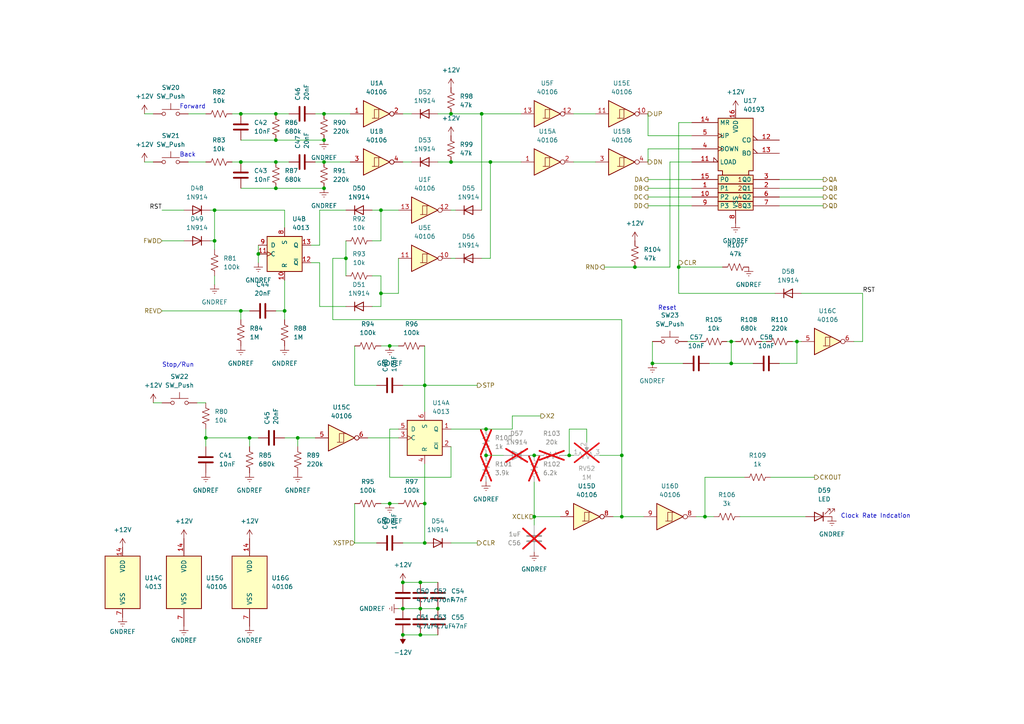
<source format=kicad_sch>
(kicad_sch (version 20230121) (generator eeschema)
  (paper "A4")
  (junction (at 110.49 60.96))
  (junction (at 189.23 105.41))
  (junction (at 140.97 132.08))
  (junction (at 72.39 127))
  (junction (at 62.23 60.96))
  (junction (at 140.97 124.46))
  (junction (at 80.01 40.64))
  (junction (at 231.14 99.06))
  (junction (at 127 176.53))
  (junction (at 212.09 99.06))
  (junction (at 80.01 33.02))
  (junction (at 142.24 46.99))
  (junction (at 196.85 77.47))
  (junction (at 113.03 146.05))
  (junction (at 93.98 40.64))
  (junction (at 130.81 46.99))
  (junction (at 204.47 149.86))
  (junction (at 184.15 77.47))
  (junction (at 123.19 146.05))
  (junction (at 212.09 105.41))
  (junction (at 180.34 132.08))
  (junction (at 121.92 176.53))
  (junction (at 154.94 132.08))
  (junction (at 86.36 127))
  (junction (at 110.49 85.09))
  (junction (at 69.85 46.99))
  (junction (at 130.81 33.02))
  (junction (at 121.92 168.91))
  (junction (at 113.03 100.33))
  (junction (at 123.19 111.76))
  (junction (at 59.69 127))
  (junction (at 69.85 90.17))
  (junction (at 93.98 54.61))
  (junction (at 116.84 168.91))
  (junction (at 116.84 176.53))
  (junction (at 121.92 184.15))
  (junction (at 165.1 132.08))
  (junction (at 139.7 33.02))
  (junction (at 62.23 69.85))
  (junction (at 100.33 74.93))
  (junction (at 82.55 90.17))
  (junction (at 154.94 149.86))
  (junction (at 74.93 73.66))
  (junction (at 69.85 33.02))
  (junction (at 116.84 184.15))
  (junction (at 93.98 46.99))
  (junction (at 80.01 54.61))
  (junction (at 180.34 149.86))
  (junction (at 93.98 33.02))
  (junction (at 123.19 157.48))
  (junction (at 80.01 46.99))
  (wire (pts (xy 200.66 35.56) (xy 196.85 35.56)))
  (wire (pts (xy 107.95 60.96) (xy 110.49 60.96)))
  (wire (pts (xy 165.1 124.46) (xy 165.1 132.08)))
  (wire (pts (xy 109.22 157.48) (xy 102.87 157.48)))
  (wire (pts (xy 116.84 157.48) (xy 123.19 157.48)))
  (wire (pts (xy 113.03 138.43) (xy 130.81 138.43)))
  (wire (pts (xy 250.19 99.06) (xy 247.65 99.06)))
  (wire (pts (xy 187.96 46.99) (xy 187.96 43.18)))
  (wire (pts (xy 154.94 132.08) (xy 153.67 132.08)))
  (wire (pts (xy 96.52 74.93) (xy 96.52 92.71)))
  (wire (pts (xy 80.01 90.17) (xy 82.55 90.17)))
  (wire (pts (xy 82.55 66.04) (xy 82.55 60.96)))
  (wire (pts (xy 59.69 127) (xy 72.39 127)))
  (wire (pts (xy 173.99 132.08) (xy 180.34 132.08)))
  (wire (pts (xy 212.09 99.06) (xy 213.36 99.06)))
  (wire (pts (xy 205.74 105.41) (xy 212.09 105.41)))
  (wire (pts (xy 115.57 74.93) (xy 115.57 85.09)))
  (wire (pts (xy 113.03 100.33) (xy 110.49 100.33)))
  (wire (pts (xy 130.81 138.43) (xy 130.81 129.54)))
  (wire (pts (xy 69.85 92.71) (xy 69.85 90.17)))
  (wire (pts (xy 110.49 85.09) (xy 110.49 88.9)))
  (wire (pts (xy 201.93 149.86) (xy 204.47 149.86)))
  (wire (pts (xy 102.87 111.76) (xy 102.87 100.33)))
  (wire (pts (xy 180.34 132.08) (xy 180.34 92.71)))
  (wire (pts (xy 57.15 116.84) (xy 59.69 116.84)))
  (wire (pts (xy 226.06 59.69) (xy 238.76 59.69)))
  (wire (pts (xy 123.19 111.76) (xy 138.43 111.76)))
  (wire (pts (xy 250.19 85.09) (xy 250.19 99.06)))
  (wire (pts (xy 46.99 69.85) (xy 53.34 69.85)))
  (wire (pts (xy 116.84 176.53) (xy 121.92 176.53)))
  (wire (pts (xy 163.83 132.08) (xy 165.1 132.08)))
  (wire (pts (xy 148.59 124.46) (xy 148.59 120.65)))
  (wire (pts (xy 46.99 60.96) (xy 53.34 60.96)))
  (wire (pts (xy 200.66 46.99) (xy 194.31 46.99)))
  (wire (pts (xy 207.01 149.86) (xy 204.47 149.86)))
  (wire (pts (xy 139.7 74.93) (xy 142.24 74.93)))
  (wire (pts (xy 93.98 46.99) (xy 101.6 46.99)))
  (wire (pts (xy 113.03 100.33) (xy 115.57 100.33)))
  (wire (pts (xy 90.17 71.12) (xy 92.71 71.12)))
  (wire (pts (xy 229.87 99.06) (xy 231.14 99.06)))
  (wire (pts (xy 62.23 69.85) (xy 60.96 69.85)))
  (wire (pts (xy 130.81 74.93) (xy 132.08 74.93)))
  (wire (pts (xy 130.81 60.96) (xy 132.08 60.96)))
  (wire (pts (xy 113.03 124.46) (xy 113.03 138.43)))
  (wire (pts (xy 54.61 33.02) (xy 59.69 33.02)))
  (wire (pts (xy 44.45 116.84) (xy 46.99 116.84)))
  (wire (pts (xy 107.95 69.85) (xy 110.49 69.85)))
  (wire (pts (xy 226.06 105.41) (xy 231.14 105.41)))
  (wire (pts (xy 96.52 92.71) (xy 180.34 92.71)))
  (wire (pts (xy 116.84 184.15) (xy 121.92 184.15)))
  (wire (pts (xy 100.33 69.85) (xy 100.33 74.93)))
  (wire (pts (xy 231.14 99.06) (xy 232.41 99.06)))
  (wire (pts (xy 116.84 111.76) (xy 123.19 111.76)))
  (wire (pts (xy 199.39 99.06) (xy 203.2 99.06)))
  (wire (pts (xy 196.85 35.56) (xy 196.85 77.47)))
  (wire (pts (xy 196.85 85.09) (xy 196.85 77.47)))
  (wire (pts (xy 113.03 146.05) (xy 115.57 146.05)))
  (wire (pts (xy 231.14 105.41) (xy 231.14 99.06)))
  (wire (pts (xy 224.79 85.09) (xy 196.85 85.09)))
  (wire (pts (xy 92.71 76.2) (xy 92.71 88.9)))
  (wire (pts (xy 139.7 33.02) (xy 139.7 60.96)))
  (wire (pts (xy 86.36 127) (xy 86.36 129.54)))
  (wire (pts (xy 67.31 46.99) (xy 69.85 46.99)))
  (wire (pts (xy 175.26 77.47) (xy 184.15 77.47)))
  (wire (pts (xy 226.06 54.61) (xy 238.76 54.61)))
  (wire (pts (xy 102.87 157.48) (xy 102.87 146.05)))
  (wire (pts (xy 91.44 46.99) (xy 93.98 46.99)))
  (wire (pts (xy 139.7 33.02) (xy 151.13 33.02)))
  (wire (pts (xy 140.97 124.46) (xy 148.59 124.46)))
  (wire (pts (xy 148.59 120.65) (xy 156.845 120.65)))
  (wire (pts (xy 115.57 124.46) (xy 113.03 124.46)))
  (wire (pts (xy 184.15 77.47) (xy 194.31 77.47)))
  (wire (pts (xy 110.49 80.01) (xy 110.49 85.09)))
  (wire (pts (xy 166.37 46.99) (xy 172.72 46.99)))
  (wire (pts (xy 116.84 168.91) (xy 121.92 168.91)))
  (wire (pts (xy 82.55 90.17) (xy 82.55 92.71)))
  (wire (pts (xy 127 33.02) (xy 130.81 33.02)))
  (wire (pts (xy 82.55 127) (xy 86.36 127)))
  (wire (pts (xy 154.94 149.86) (xy 162.56 149.86)))
  (wire (pts (xy 93.98 33.02) (xy 101.6 33.02)))
  (wire (pts (xy 204.47 149.86) (xy 204.47 138.43)))
  (wire (pts (xy 187.96 57.15) (xy 200.66 57.15)))
  (wire (pts (xy 189.23 105.41) (xy 198.12 105.41)))
  (wire (pts (xy 74.93 71.12) (xy 74.93 73.66)))
  (wire (pts (xy 110.49 60.96) (xy 110.49 69.85)))
  (wire (pts (xy 62.23 72.39) (xy 62.23 69.85)))
  (wire (pts (xy 204.47 138.43) (xy 215.9 138.43)))
  (wire (pts (xy 62.23 60.96) (xy 60.96 60.96)))
  (wire (pts (xy 72.39 127) (xy 72.39 129.54)))
  (wire (pts (xy 59.69 127) (xy 59.69 129.54)))
  (wire (pts (xy 156.21 132.08) (xy 154.94 132.08)))
  (wire (pts (xy 107.95 80.01) (xy 110.49 80.01)))
  (wire (pts (xy 154.94 149.86) (xy 154.94 152.4)))
  (wire (pts (xy 187.96 54.61) (xy 200.66 54.61)))
  (wire (pts (xy 142.24 46.99) (xy 142.24 74.93)))
  (wire (pts (xy 154.94 139.7) (xy 154.94 149.86)))
  (wire (pts (xy 110.49 60.96) (xy 115.57 60.96)))
  (wire (pts (xy 91.44 33.02) (xy 93.98 33.02)))
  (wire (pts (xy 170.18 128.27) (xy 170.18 124.46)))
  (wire (pts (xy 121.92 176.53) (xy 127 176.53)))
  (wire (pts (xy 123.19 111.76) (xy 123.19 100.33)))
  (wire (pts (xy 123.19 146.05) (xy 123.19 134.62)))
  (wire (pts (xy 130.81 124.46) (xy 140.97 124.46)))
  (wire (pts (xy 196.85 77.47) (xy 209.55 77.47)))
  (wire (pts (xy 121.92 168.91) (xy 127 168.91)))
  (wire (pts (xy 121.92 184.15) (xy 127 184.15)))
  (wire (pts (xy 109.22 111.76) (xy 102.87 111.76)))
  (wire (pts (xy 92.71 71.12) (xy 92.71 60.96)))
  (wire (pts (xy 80.01 40.64) (xy 93.98 40.64)))
  (wire (pts (xy 100.33 74.93) (xy 100.33 80.01)))
  (wire (pts (xy 115.57 176.53) (xy 116.84 176.53)))
  (wire (pts (xy 69.85 90.17) (xy 72.39 90.17)))
  (wire (pts (xy 69.85 40.64) (xy 80.01 40.64)))
  (wire (pts (xy 180.34 149.86) (xy 186.69 149.86)))
  (wire (pts (xy 187.96 59.69) (xy 200.66 59.69)))
  (wire (pts (xy 142.24 46.99) (xy 151.13 46.99)))
  (wire (pts (xy 92.71 60.96) (xy 100.33 60.96)))
  (wire (pts (xy 72.39 127) (xy 74.93 127)))
  (wire (pts (xy 82.55 60.96) (xy 62.23 60.96)))
  (wire (pts (xy 41.91 33.02) (xy 44.45 33.02)))
  (wire (pts (xy 130.81 46.99) (xy 142.24 46.99)))
  (wire (pts (xy 106.68 127) (xy 115.57 127)))
  (wire (pts (xy 223.52 138.43) (xy 236.22 138.43)))
  (wire (pts (xy 59.69 124.46) (xy 59.69 127)))
  (wire (pts (xy 69.85 46.99) (xy 80.01 46.99)))
  (wire (pts (xy 210.82 99.06) (xy 212.09 99.06)))
  (wire (pts (xy 232.41 85.09) (xy 250.19 85.09)))
  (wire (pts (xy 92.71 88.9) (xy 100.33 88.9)))
  (wire (pts (xy 82.55 81.28) (xy 82.55 90.17)))
  (wire (pts (xy 187.96 39.37) (xy 200.66 39.37)))
  (wire (pts (xy 177.8 149.86) (xy 180.34 149.86)))
  (wire (pts (xy 187.96 43.18) (xy 200.66 43.18)))
  (wire (pts (xy 115.57 85.09) (xy 110.49 85.09)))
  (wire (pts (xy 100.33 74.93) (xy 96.52 74.93)))
  (wire (pts (xy 80.01 54.61) (xy 93.98 54.61)))
  (wire (pts (xy 194.31 46.99) (xy 194.31 77.47)))
  (wire (pts (xy 113.03 146.05) (xy 110.49 146.05)))
  (wire (pts (xy 226.06 57.15) (xy 238.76 57.15)))
  (wire (pts (xy 46.99 90.17) (xy 69.85 90.17)))
  (wire (pts (xy 69.85 33.02) (xy 80.01 33.02)))
  (wire (pts (xy 123.19 157.48) (xy 123.19 146.05)))
  (wire (pts (xy 90.17 76.2) (xy 92.71 76.2)))
  (wire (pts (xy 116.84 33.02) (xy 119.38 33.02)))
  (wire (pts (xy 130.81 157.48) (xy 138.43 157.48)))
  (wire (pts (xy 189.23 99.06) (xy 189.23 105.41)))
  (wire (pts (xy 107.95 88.9) (xy 110.49 88.9)))
  (wire (pts (xy 166.37 33.02) (xy 172.72 33.02)))
  (wire (pts (xy 86.36 127) (xy 91.44 127)))
  (wire (pts (xy 54.61 46.99) (xy 59.69 46.99)))
  (wire (pts (xy 74.93 73.66) (xy 74.93 76.2)))
  (wire (pts (xy 212.09 105.41) (xy 218.44 105.41)))
  (wire (pts (xy 116.84 46.99) (xy 119.38 46.99)))
  (wire (pts (xy 127 46.99) (xy 130.81 46.99)))
  (wire (pts (xy 80.01 33.02) (xy 83.82 33.02)))
  (wire (pts (xy 187.96 52.07) (xy 200.66 52.07)))
  (wire (pts (xy 62.23 80.01) (xy 62.23 82.55)))
  (wire (pts (xy 41.91 46.99) (xy 44.45 46.99)))
  (wire (pts (xy 140.97 132.08) (xy 146.05 132.08)))
  (wire (pts (xy 180.34 132.08) (xy 180.34 149.86)))
  (wire (pts (xy 69.85 54.61) (xy 80.01 54.61)))
  (wire (pts (xy 123.19 119.38) (xy 123.19 111.76)))
  (wire (pts (xy 187.96 33.02) (xy 187.96 39.37)))
  (wire (pts (xy 139.7 33.02) (xy 130.81 33.02)))
  (wire (pts (xy 214.63 149.86) (xy 233.68 149.86)))
  (wire (pts (xy 165.1 132.08) (xy 166.37 132.08)))
  (wire (pts (xy 212.09 105.41) (xy 212.09 99.06)))
  (wire (pts (xy 226.06 52.07) (xy 238.76 52.07)))
  (wire (pts (xy 220.98 99.06) (xy 222.25 99.06)))
  (wire (pts (xy 62.23 69.85) (xy 62.23 60.96)))
  (wire (pts (xy 170.18 124.46) (xy 165.1 124.46)))
  (wire (pts (xy 80.01 46.99) (xy 83.82 46.99)))
  (wire (pts (xy 67.31 33.02) (xy 69.85 33.02)))
  (text "Reset" (at 196.215 90.17 0) (effects (font (size 1.27 1.27)) (justify right bottom)))
  (text "Clock Rate Indcation" (at 264.16 150.495 0) (effects (font (size 1.27 1.27)) (justify right bottom)))
  (text "Back" (at 52.07 45.72 0) (effects (font (size 1.27 1.27)) (justify left bottom)))
  (text "Stop/Run" (at 46.99 106.68 0) (effects (font (size 1.27 1.27)) (justify left bottom)))
  (text "Forward" (at 52.07 31.75 0) (effects (font (size 1.27 1.27)) (justify left bottom)))
  (label "RST" (at 250.19 85.09 0))
  (label "RST" (at 46.99 60.96 180))
  (hierarchical_label "QA" (shape output) (at 238.76 52.07 0))
  (hierarchical_label "CLR" (shape output) (at 196.85 76.2 0))
  (hierarchical_label "DN" (shape output) (at 187.96 46.99 0))
  (hierarchical_label "RND" (shape output) (at 175.26 77.47 180))
  (hierarchical_label "QD" (shape output) (at 238.76 59.69 0))
  (hierarchical_label "CKOUT" (shape output) (at 236.22 138.43 0))
  (hierarchical_label "DA" (shape output) (at 187.96 52.07 180))
  (hierarchical_label "XCLK" (shape input) (at 154.94 149.86 180))
  (hierarchical_label "DD" (shape output) (at 187.96 59.69 180))
  (hierarchical_label "UP" (shape output) (at 187.96 33.02 0))
  (hierarchical_label "DC" (shape output) (at 187.96 57.15 180))
  (hierarchical_label "REV" (shape input) (at 46.99 90.17 180))
  (hierarchical_label "FWD" (shape input) (at 46.99 69.85 180))
  (hierarchical_label "XSTP" (shape input) (at 102.87 157.48 180))
  (hierarchical_label "QC" (shape output) (at 238.76 57.15 0))
  (hierarchical_label "X2" (shape output) (at 156.845 120.65 0))
  (hierarchical_label "CLR" (shape output) (at 138.43 157.48 0))
  (hierarchical_label "DB" (shape output) (at 187.96 54.61 180))
  (hierarchical_label "STP" (shape output) (at 138.43 111.76 0))
  (hierarchical_label "QB" (shape output) (at 238.76 54.61 0))
  (symbol (lib_id "power:+12V") (at 213.36 31.75 0) (unit 1)
    (property "Reference" "#PWR0152" (effects hide))
    (property "Value" "+12V" (at 213.36 26.67 0))
    (instances (project "SoundLab16StepSequencer" (path "" (reference "#PWR0152") (unit 1))) (project "AnalogTestBoard2" (path "" (reference "#PWR?") (unit 1))) (project "SynthProj" (path "" (reference "#PWR0256") (unit 1))))
  )
  (symbol (lib_id "power:GNDREF") (at 113.03 146.05 0) (unit 1)
    (property "Reference" "#PWR0142" (effects hide))
    (property "Value" "GNDREF" (at 113.03 151.13 0))
    (instances (project "SoundLab16StepSequencer" (path "" (reference "#PWR0142") (unit 1))) (project "AnalogTestBoard2" (path "" (reference "#PWR?") (unit 1))) (project "SynthProj" (path "" (reference "#PWR0246") (unit 1))))
  )
  (symbol (lib_id "Switch:SW_Push") (at 52.07 116.84 0) (unit 1)
    (property "Reference" "SW22" (at 52.07 109.22 0))
    (property "Value" "SW_Push" (at 52.07 111.76 0))
    (property "Footprint" "Button_Switch_THT:SW_PUSH_6mm_H13mm" (effects hide))
    (instances (project "SoundLab16StepSequencer" (path "" (reference "SW22") (unit 1))) (project "AnalogTestBoard2" (path "" (reference "SW?") (unit 1))) (project "SynthProj" (path "" (reference "SW26") (unit 1))))
  )
  (symbol (lib_id "power:GNDREF") (at 86.36 137.16 0) (unit 1)
    (property "Reference" "#PWR0138" (effects hide))
    (property "Value" "GNDREF" (at 86.36 142.24 0))
    (instances (project "SoundLab16StepSequencer" (path "" (reference "#PWR0138") (unit 1))) (project "AnalogTestBoard2" (path "" (reference "#PWR?") (unit 1))) (project "SynthProj" (path "" (reference "#PWR0242") (unit 1))))
  )
  (symbol (lib_id "power:+12V") (at 184.15 69.85 0) (unit 1)
    (property "Reference" "#PWR0150" (effects hide))
    (property "Value" "+12V" (at 184.15 64.77 0))
    (instances (project "SoundLab16StepSequencer" (path "" (reference "#PWR0150") (unit 1))) (project "AnalogTestBoard2" (path "" (reference "#PWR?") (unit 1))) (project "SynthProj" (path "" (reference "#PWR0254") (unit 1))))
  )
  (symbol (lib_id "Device:C") (at 127 180.34 0) (unit 1)
    (property "Reference" "C55" (at 130.81 179.07 0) (effects (justify left)))
    (property "Value" "47nF" (at 130.81 181.61 0) (effects (justify left)))
    (property "Footprint" "Capacitor_SMD:C_0603_1608Metric" (effects hide))
    (instances (project "SoundLab16StepSequencer" (path "" (reference "C55") (unit 1))) (project "AnalogTestBoard2" (path "" (reference "C?") (unit 1))) (project "SynthProj" (path "" (reference "C107") (unit 1))))
  )
  (symbol (lib_id "Device:R_US") (at 119.38 100.33 90) (unit 1)
    (property "Reference" "R96" (at 119.38 93.98 90))
    (property "Value" "100k" (at 119.38 96.52 90))
    (property "Footprint" "Resistor_SMD:R_0603_1608Metric" (effects hide))
    (instances (project "SoundLab16StepSequencer" (path "" (reference "R96") (unit 1))) (project "AnalogTestBoard2" (path "" (reference "R?") (unit 1))) (project "SynthProj" (path "" (reference "R192") (unit 1))))
  )
  (symbol (lib_id "Device:C") (at 116.84 180.34 0) (unit 1)
    (property "Reference" "C51" (at 120.65 179.07 0) (effects (justify left)))
    (property "Value" "4.7uF" (at 120.65 181.61 0) (effects (justify left)))
    (property "Footprint" "Capacitor_SMD:C_0805_2012Metric" (effects hide))
    (instances (project "SoundLab16StepSequencer" (path "" (reference "C51") (unit 1))) (project "AnalogTestBoard2" (path "" (reference "C?") (unit 1))) (project "SynthProj" (path "" (reference "C103") (unit 1))))
  )
  (symbol (lib_id "Device:D") (at 104.14 88.9 0) (unit 1)
    (property "Reference" "D51" (at 104.14 82.55 0))
    (property "Value" "1N914" (at 104.14 85.09 0))
    (property "Footprint" "Diode_SMD:D_SOD-323F" (effects hide))
    (property "Sim.Device" "D" (effects hide))
    (property "Sim.Pins" "1=K 2=A" (effects hide))
    (instances (project "SoundLab16StepSequencer" (path "" (reference "D51") (unit 1))) (project "AnalogTestBoard2" (path "" (reference "D?") (unit 1))) (project "SynthProj" (path "" (reference "D37") (unit 1))))
  )
  (symbol (lib_id "Device:C") (at 222.25 105.41 270) (unit 1)
    (property "Reference" "C58" (at 222.25 97.79 90))
    (property "Value" "10nF" (at 222.25 100.33 90))
    (property "Footprint" "Capacitor_SMD:C_0603_1608Metric" (effects hide))
    (instances (project "SoundLab16StepSequencer" (path "" (reference "C58") (unit 1))) (project "AnalogTestBoard2" (path "" (reference "C?") (unit 1))) (project "SynthProj" (path "" (reference "C110") (unit 1))))
  )
  (symbol (lib_id "Device:R_US") (at 63.5 46.99 90) (unit 1)
    (property "Reference" "R83" (at 63.5 40.64 90))
    (property "Value" "10k" (at 63.5 43.18 90))
    (property "Footprint" "Resistor_SMD:R_0603_1608Metric" (effects hide))
    (instances (project "SoundLab16StepSequencer" (path "" (reference "R83") (unit 1))) (project "AnalogTestBoard2" (path "" (reference "R?") (unit 1))) (project "SynthProj" (path "" (reference "R179") (unit 1))))
  )
  (symbol (lib_id "Device:R_US") (at 86.36 133.35 180) (unit 1)
    (property "Reference" "R89" (at 88.9 132.08 0) (effects (justify right)))
    (property "Value" "220k" (at 88.9 134.62 0) (effects (justify right)))
    (property "Footprint" "Resistor_SMD:R_0603_1608Metric" (effects hide))
    (instances (project "SoundLab16StepSequencer" (path "" (reference "R89") (unit 1))) (project "AnalogTestBoard2" (path "" (reference "R?") (unit 1))) (project "SynthProj" (path "" (reference "R185") (unit 1))))
  )
  (symbol (lib_id "Device:R_US") (at 63.5 33.02 90) (unit 1)
    (property "Reference" "R82" (at 63.5 26.67 90))
    (property "Value" "10k" (at 63.5 29.21 90))
    (property "Footprint" "Resistor_SMD:R_0603_1608Metric" (effects hide))
    (instances (project "SoundLab16StepSequencer" (path "" (reference "R82") (unit 1))) (project "AnalogTestBoard2" (path "" (reference "R?") (unit 1))) (project "SynthProj" (path "" (reference "R178") (unit 1))))
  )
  (symbol (lib_id "4xxx:40106") (at 240.03 99.06 0) (unit 3)
    (property "Reference" "U16" (at 240.03 90.17 0))
    (property "Value" "40106" (at 240.03 92.71 0))
    (property "Footprint" "Package_SO:SOIC-14_3.9x8.7mm_P1.27mm" (effects hide))
    (property "Datasheet" "https://assets.nexperia.com/documents/data-sheet/HEF40106B.pdf" (effects hide))
    (instances (project "SoundLab16StepSequencer" (path "" (reference "U16") (unit 3))) (project "AnalogTestBoard2" (path "" (reference "U?") (unit 3))) (project "SynthProj" (path "" (reference "U19") (unit 3))))
  )
  (symbol (lib_id "Device:D") (at 57.15 69.85 180) (unit 1)
    (property "Reference" "D49" (at 57.15 63.5 0))
    (property "Value" "1N914" (at 57.15 66.04 0))
    (property "Footprint" "Diode_SMD:D_SOD-323F" (effects hide))
    (property "Sim.Device" "D" (effects hide))
    (property "Sim.Pins" "1=K 2=A" (effects hide))
    (instances (project "SoundLab16StepSequencer" (path "" (reference "D49") (unit 1))) (project "AnalogTestBoard2" (path "" (reference "D?") (unit 1))) (project "SynthProj" (path "" (reference "D35") (unit 1))))
  )
  (symbol (lib_id "Device:R_Potentiometer_US") (at 170.18 132.08 90) (unit 1) (dnp yes)
    (property "Reference" "RV52" (at 170.18 135.89 90))
    (property "Value" "1M" (at 170.18 138.43 90))
    (property "Footprint" "Potentiometer_THT:Potentiometer_Alps_RK09K_Single_Vertical" (effects hide))
    (instances (project "SoundLab16StepSequencer" (path "" (reference "RV52") (unit 1))) (project "AnalogTestBoard2" (path "" (reference "RV?") (unit 1))) (project "SynthProj" (path "" (reference "RV40") (unit 1))))
  )
  (symbol (lib_id "power:GNDREF") (at 113.03 100.33 0) (unit 1)
    (property "Reference" "#PWR0141" (effects hide))
    (property "Value" "GNDREF" (at 113.03 105.41 0))
    (instances (project "SoundLab16StepSequencer" (path "" (reference "#PWR0141") (unit 1))) (project "AnalogTestBoard2" (path "" (reference "#PWR?") (unit 1))) (project "SynthProj" (path "" (reference "#PWR0245") (unit 1))))
  )
  (symbol (lib_id "4xxx:40106") (at 180.34 33.02 0) (unit 5)
    (property "Reference" "U15" (at 180.34 24.13 0))
    (property "Value" "40106" (at 180.34 26.67 0))
    (property "Footprint" "Package_SO:SOIC-14_3.9x8.7mm_P1.27mm" (effects hide))
    (property "Datasheet" "https://assets.nexperia.com/documents/data-sheet/HEF40106B.pdf" (effects hide))
    (instances (project "SoundLab16StepSequencer" (path "" (reference "U15") (unit 5))) (project "AnalogTestBoard2" (path "" (reference "U?") (unit 5))) (project "SynthProj" (path "" (reference "U19") (unit 5))))
  )
  (symbol (lib_id "Device:C") (at 78.74 127 90) (unit 1)
    (property "Reference" "C45" (at 77.47 123.19 0) (effects (justify left)))
    (property "Value" "20nF" (at 80.01 123.19 0) (effects (justify left)))
    (property "Footprint" "Capacitor_SMD:C_0603_1608Metric" (effects hide))
    (instances (project "SoundLab16StepSequencer" (path "" (reference "C45") (unit 1))) (project "AnalogTestBoard2" (path "" (reference "C?") (unit 1))) (project "SynthProj" (path "" (reference "C97") (unit 1))))
  )
  (symbol (lib_id "Device:R_US") (at 184.15 73.66 180) (unit 1)
    (property "Reference" "R104" (at 186.69 72.39 0) (effects (justify right)))
    (property "Value" "47k" (at 186.69 74.93 0) (effects (justify right)))
    (property "Footprint" "Resistor_SMD:R_0603_1608Metric" (effects hide))
    (instances (project "SoundLab16StepSequencer" (path "" (reference "R104") (unit 1))) (project "AnalogTestBoard2" (path "" (reference "R?") (unit 1))) (project "SynthProj" (path "" (reference "R200") (unit 1))))
  )
  (symbol (lib_id "power:+12V") (at 116.84 168.91 0) (unit 1)
    (property "Reference" "#PWR0144" (effects hide))
    (property "Value" "+12V" (at 116.84 163.83 0))
    (instances (project "SoundLab16StepSequencer" (path "" (reference "#PWR0144") (unit 1))) (project "AnalogTestBoard2" (path "" (reference "#PWR?") (unit 1))) (project "SynthProj" (path "" (reference "#PWR0248") (unit 1))))
  )
  (symbol (lib_id "Device:R_US") (at 217.17 99.06 270) (unit 1)
    (property "Reference" "R108" (at 217.17 92.71 90))
    (property "Value" "680k" (at 217.17 95.25 90))
    (property "Footprint" "Resistor_SMD:R_0603_1608Metric" (effects hide))
    (instances (project "SoundLab16StepSequencer" (path "" (reference "R108") (unit 1))) (project "AnalogTestBoard2" (path "" (reference "R?") (unit 1))) (project "SynthProj" (path "" (reference "R204") (unit 1))))
  )
  (symbol (lib_id "Device:C") (at 201.93 105.41 270) (unit 1)
    (property "Reference" "C57" (at 201.93 97.79 90))
    (property "Value" "10nF" (at 201.93 100.33 90))
    (property "Footprint" "Capacitor_SMD:C_0603_1608Metric" (effects hide))
    (instances (project "SoundLab16StepSequencer" (path "" (reference "C57") (unit 1))) (project "AnalogTestBoard2" (path "" (reference "C?") (unit 1))) (project "SynthProj" (path "" (reference "C109") (unit 1))))
  )
  (symbol (lib_id "Device:R_US") (at 219.71 138.43 270) (unit 1)
    (property "Reference" "R109" (at 219.71 132.08 90))
    (property "Value" "1k" (at 219.71 134.62 90))
    (property "Footprint" "Resistor_SMD:R_0603_1608Metric" (effects hide))
    (instances (project "SoundLab16StepSequencer" (path "" (reference "R109") (unit 1))) (project "AnalogTestBoard2" (path "" (reference "R?") (unit 1))) (project "SynthProj" (path "" (reference "R205") (unit 1))))
  )
  (symbol (lib_id "Device:LED") (at 237.49 149.86 180) (unit 1)
    (property "Reference" "D59" (at 239.0775 142.24 0))
    (property "Value" "LED" (at 239.0775 144.78 0))
    (property "Footprint" "LED_SMD:LED_0805_2012Metric" (effects hide))
    (instances (project "SoundLab16StepSequencer" (path "" (reference "D59") (unit 1))) (project "AnalogTestBoard2" (path "" (reference "D?") (unit 1))) (project "SynthProj" (path "" (reference "D45") (unit 1))))
  )
  (symbol (lib_id "Device:R_US") (at 106.68 146.05 90) (unit 1)
    (property "Reference" "R95" (at 106.68 139.7 90))
    (property "Value" "100k" (at 106.68 142.24 90))
    (property "Footprint" "Resistor_SMD:R_0603_1608Metric" (effects hide))
    (instances (project "SoundLab16StepSequencer" (path "" (reference "R95") (unit 1))) (project "AnalogTestBoard2" (path "" (reference "R?") (unit 1))) (project "SynthProj" (path "" (reference "R191") (unit 1))))
  )
  (symbol (lib_id "Device:R_US") (at 213.36 77.47 270) (unit 1)
    (property "Reference" "R107" (at 213.36 71.12 90))
    (property "Value" "47k" (at 213.36 73.66 90))
    (property "Footprint" "Resistor_SMD:R_0603_1608Metric" (effects hide))
    (instances (project "SoundLab16StepSequencer" (path "" (reference "R107") (unit 1))) (project "AnalogTestBoard2" (path "" (reference "R?") (unit 1))) (project "SynthProj" (path "" (reference "R203") (unit 1))))
  )
  (symbol (lib_id "4xxx:40106") (at 123.19 74.93 0) (unit 5)
    (property "Reference" "U5" (at 123.19 66.04 0))
    (property "Value" "40106" (at 123.19 68.58 0))
    (property "Footprint" "Package_SO:SOIC-14_3.9x8.7mm_P1.27mm" (effects hide))
    (property "Datasheet" "https://assets.nexperia.com/documents/data-sheet/HEF40106B.pdf" (effects hide))
    (instances (project "SoundLab16StepSequencer" (path "" (reference "U5") (unit 5))) (project "AnalogTestBoard2" (path "" (reference "U?") (unit 5))) (project "SynthProj" (path "" (reference "U18") (unit 5))))
  )
  (symbol (lib_id "power:GNDREF") (at 93.98 40.64 0) (unit 1)
    (property "Reference" "#PWR0139" (effects hide))
    (property "Value" "GNDREF" (at 93.98 45.72 0))
    (instances (project "SoundLab16StepSequencer" (path "" (reference "#PWR0139") (unit 1))) (project "AnalogTestBoard2" (path "" (reference "#PWR?") (unit 1))) (project "SynthProj" (path "" (reference "#PWR0243") (unit 1))))
  )
  (symbol (lib_id "Device:R_US") (at 93.98 50.8 180) (unit 1)
    (property "Reference" "R91" (at 96.52 49.53 0) (effects (justify right)))
    (property "Value" "220k" (at 96.52 52.07 0) (effects (justify right)))
    (property "Footprint" "Resistor_SMD:R_0603_1608Metric" (effects hide))
    (instances (project "SoundLab16StepSequencer" (path "" (reference "R91") (unit 1))) (project "AnalogTestBoard2" (path "" (reference "R?") (unit 1))) (project "SynthProj" (path "" (reference "R187") (unit 1))))
  )
  (symbol (lib_id "power:+12V") (at 130.81 25.4 0) (unit 1)
    (property "Reference" "#PWR0146" (effects hide))
    (property "Value" "+12V" (at 130.81 20.32 0))
    (instances (project "SoundLab16StepSequencer" (path "" (reference "#PWR0146") (unit 1))) (project "AnalogTestBoard2" (path "" (reference "#PWR?") (unit 1))) (project "SynthProj" (path "" (reference "#PWR0250") (unit 1))))
  )
  (symbol (lib_id "Device:C") (at 116.84 172.72 0) (unit 1)
    (property "Reference" "C50" (at 120.65 171.45 0) (effects (justify left)))
    (property "Value" "4.7uF" (at 120.65 173.99 0) (effects (justify left)))
    (property "Footprint" "Capacitor_SMD:C_0805_2012Metric" (effects hide))
    (instances (project "SoundLab16StepSequencer" (path "" (reference "C50") (unit 1))) (project "AnalogTestBoard2" (path "" (reference "C?") (unit 1))) (project "SynthProj" (path "" (reference "C102") (unit 1))))
  )
  (symbol (lib_id "power:GNDREF") (at 72.39 181.61 0) (unit 1)
    (property "Reference" "#PWR0135" (effects hide))
    (property "Value" "GNDREF" (at 72.39 185.7431 0))
    (instances (project "SoundLab16StepSequencer" (path "" (reference "#PWR0135") (unit 1))) (project "AnalogTestBoard2" (path "" (reference "#PWR?") (unit 1))) (project "SynthProj" (path "" (reference "#PWR0239") (unit 1))))
  )
  (symbol (lib_id "Switch:SW_Push") (at 194.31 99.06 0) (unit 1)
    (property "Reference" "SW23" (at 194.31 91.44 0))
    (property "Value" "SW_Push" (at 194.31 93.98 0))
    (property "Footprint" "Button_Switch_THT:SW_PUSH_6mm_H13mm" (effects hide))
    (instances (project "SoundLab16StepSequencer" (path "" (reference "SW23") (unit 1))) (project "AnalogTestBoard2" (path "" (reference "SW?") (unit 1))) (project "SynthProj" (path "" (reference "SW27") (unit 1))))
  )
  (symbol (lib_id "Device:R_US") (at 93.98 36.83 180) (unit 1)
    (property "Reference" "R90" (at 96.52 35.56 0) (effects (justify right)))
    (property "Value" "220k" (at 96.52 38.1 0) (effects (justify right)))
    (property "Footprint" "Resistor_SMD:R_0603_1608Metric" (effects hide))
    (instances (project "SoundLab16StepSequencer" (path "" (reference "R90") (unit 1))) (project "AnalogTestBoard2" (path "" (reference "R?") (unit 1))) (project "SynthProj" (path "" (reference "R186") (unit 1))))
  )
  (symbol (lib_id "Device:C") (at 113.03 157.48 90) (unit 1)
    (property "Reference" "C49" (at 111.76 153.67 0) (effects (justify left)))
    (property "Value" "10nF" (at 114.3 153.67 0) (effects (justify left)))
    (property "Footprint" "Capacitor_SMD:C_0603_1608Metric" (effects hide))
    (instances (project "SoundLab16StepSequencer" (path "" (reference "C49") (unit 1))) (project "AnalogTestBoard2" (path "" (reference "C?") (unit 1))) (project "SynthProj" (path "" (reference "C101") (unit 1))))
  )
  (symbol (lib_id "Device:C") (at 69.85 50.8 0) (unit 1)
    (property "Reference" "C43" (at 73.66 49.53 0) (effects (justify left)))
    (property "Value" "10nF" (at 73.66 52.07 0) (effects (justify left)))
    (property "Footprint" "Capacitor_SMD:C_0603_1608Metric" (effects hide))
    (instances (project "SoundLab16StepSequencer" (path "" (reference "C43") (unit 1))) (project "AnalogTestBoard2" (path "" (reference "C?") (unit 1))) (project "SynthProj" (path "" (reference "C95") (unit 1))))
  )
  (symbol (lib_id "power:GNDREF") (at 213.36 64.77 0) (unit 1)
    (property "Reference" "#PWR0153" (effects hide))
    (property "Value" "GNDREF" (at 213.36 69.85 0))
    (instances (project "SoundLab16StepSequencer" (path "" (reference "#PWR0153") (unit 1))) (project "AnalogTestBoard2" (path "" (reference "#PWR?") (unit 1))) (project "SynthProj" (path "" (reference "#PWR0257") (unit 1))))
  )
  (symbol (lib_id "Device:C") (at 113.03 111.76 90) (unit 1)
    (property "Reference" "C48" (at 111.76 107.95 0) (effects (justify left)))
    (property "Value" "10nF" (at 114.3 107.95 0) (effects (justify left)))
    (property "Footprint" "Capacitor_SMD:C_0603_1608Metric" (effects hide))
    (instances (project "SoundLab16StepSequencer" (path "" (reference "C48") (unit 1))) (project "AnalogTestBoard2" (path "" (reference "C?") (unit 1))) (project "SynthProj" (path "" (reference "C100") (unit 1))))
  )
  (symbol (lib_id "power:GNDREF") (at 59.69 137.16 0) (unit 1)
    (property "Reference" "#PWR0130" (effects hide))
    (property "Value" "GNDREF" (at 59.69 142.24 0))
    (instances (project "SoundLab16StepSequencer" (path "" (reference "#PWR0130") (unit 1))) (project "AnalogTestBoard2" (path "" (reference "#PWR?") (unit 1))) (project "SynthProj" (path "" (reference "#PWR0234") (unit 1))))
  )
  (symbol (lib_id "4xxx:40106") (at 194.31 149.86 0) (unit 4)
    (property "Reference" "U16" (at 194.31 140.97 0))
    (property "Value" "40106" (at 194.31 143.51 0))
    (property "Footprint" "Package_SO:SOIC-14_3.9x8.7mm_P1.27mm" (effects hide))
    (property "Datasheet" "https://assets.nexperia.com/documents/data-sheet/HEF40106B.pdf" (effects hide))
    (instances (project "SoundLab16StepSequencer" (path "" (reference "U16") (unit 4))) (project "AnalogTestBoard2" (path "" (reference "U?") (unit 4))) (project "SynthProj" (path "" (reference "U19") (unit 4))))
  )
  (symbol (lib_id "power:GNDREF") (at 140.97 139.7 0) (unit 1)
    (property "Reference" "#PWR0148" (effects hide))
    (property "Value" "GNDREF" (at 140.97 144.78 0))
    (instances (project "SoundLab16StepSequencer" (path "" (reference "#PWR0148") (unit 1))) (project "AnalogTestBoard2" (path "" (reference "#PWR?") (unit 1))) (project "SynthProj" (path "" (reference "#PWR0252") (unit 1))))
  )
  (symbol (lib_id "Device:R_US") (at 104.14 69.85 90) (unit 1)
    (property "Reference" "R92" (at 104.14 63.5 90))
    (property "Value" "10k" (at 104.14 66.04 90))
    (property "Footprint" "Resistor_SMD:R_0603_1608Metric" (effects hide))
    (instances (project "SoundLab16StepSequencer" (path "" (reference "R92") (unit 1))) (project "AnalogTestBoard2" (path "" (reference "R?") (unit 1))) (project "SynthProj" (path "" (reference "R188") (unit 1))))
  )
  (symbol (lib_id "power:GNDREF") (at 154.94 160.02 0) (unit 1)
    (property "Reference" "#PWR0149" (effects hide))
    (property "Value" "GNDREF" (at 154.94 165.1 0))
    (instances (project "SoundLab16StepSequencer" (path "" (reference "#PWR0149") (unit 1))) (project "AnalogTestBoard2" (path "" (reference "#PWR?") (unit 1))) (project "SynthProj" (path "" (reference "#PWR0253") (unit 1))))
  )
  (symbol (lib_id "Device:R_US") (at 140.97 135.89 180) (unit 1) (dnp yes)
    (property "Reference" "R101" (at 143.51 134.62 0) (effects (justify right)))
    (property "Value" "3.9k" (at 143.51 137.16 0) (effects (justify right)))
    (property "Footprint" "Resistor_SMD:R_0603_1608Metric" (effects hide))
    (instances (project "SoundLab16StepSequencer" (path "" (reference "R101") (unit 1))) (project "AnalogTestBoard2" (path "" (reference "R?") (unit 1))) (project "SynthProj" (path "" (reference "R197") (unit 1))))
  )
  (symbol (lib_id "Device:D") (at 123.19 46.99 0) (unit 1)
    (property "Reference" "D53" (at 123.19 40.64 0))
    (property "Value" "1N914" (at 123.19 43.18 0))
    (property "Footprint" "Diode_SMD:D_SOD-323F" (effects hide))
    (property "Sim.Device" "D" (effects hide))
    (property "Sim.Pins" "1=K 2=A" (effects hide))
    (instances (project "SoundLab16StepSequencer" (path "" (reference "D53") (unit 1))) (project "AnalogTestBoard2" (path "" (reference "D?") (unit 1))) (project "SynthProj" (path "" (reference "D39") (unit 1))))
  )
  (symbol (lib_id "Device:R_US") (at 226.06 99.06 270) (unit 1)
    (property "Reference" "R110" (at 226.06 92.71 90))
    (property "Value" "220k" (at 226.06 95.25 90))
    (property "Footprint" "Resistor_SMD:R_0603_1608Metric" (effects hide))
    (instances (project "SoundLab16StepSequencer" (path "" (reference "R110") (unit 1))) (project "AnalogTestBoard2" (path "" (reference "R?") (unit 1))) (project "SynthProj" (path "" (reference "R206") (unit 1))))
  )
  (symbol (lib_id "power:GNDREF") (at 74.93 76.2 0) (unit 1)
    (property "Reference" "#PWR0136" (effects hide))
    (property "Value" "GNDREF" (at 74.93 81.28 0))
    (instances (project "SoundLab16StepSequencer" (path "" (reference "#PWR0136") (unit 1))) (project "AnalogTestBoard2" (path "" (reference "#PWR?") (unit 1))) (project "SynthProj" (path "" (reference "#PWR0240") (unit 1))))
  )
  (symbol (lib_id "Device:C") (at 154.94 156.21 180) (unit 1) (dnp yes)
    (property "Reference" "C56" (at 151.13 157.48 0) (effects (justify left)))
    (property "Value" "1uF" (at 151.13 154.94 0) (effects (justify left)))
    (property "Footprint" "Capacitor_SMD:C_0805_2012Metric" (effects hide))
    (instances (project "SoundLab16StepSequencer" (path "" (reference "C56") (unit 1))) (project "AnalogTestBoard2" (path "" (reference "C?") (unit 1))) (project "SynthProj" (path "" (reference "C108") (unit 1))))
  )
  (symbol (lib_id "Device:R_US") (at 104.14 80.01 90) (unit 1)
    (property "Reference" "R93" (at 104.14 73.66 90))
    (property "Value" "10k" (at 104.14 76.2 90))
    (property "Footprint" "Resistor_SMD:R_0603_1608Metric" (effects hide))
    (instances (project "SoundLab16StepSequencer" (path "" (reference "R93") (unit 1))) (project "AnalogTestBoard2" (path "" (reference "R?") (unit 1))) (project "SynthProj" (path "" (reference "R189") (unit 1))))
  )
  (symbol (lib_id "Device:D") (at 135.89 60.96 0) (unit 1)
    (property "Reference" "D55" (at 135.89 54.61 0))
    (property "Value" "1N914" (at 135.89 57.15 0))
    (property "Footprint" "Diode_SMD:D_SOD-323F" (effects hide))
    (property "Sim.Device" "D" (effects hide))
    (property "Sim.Pins" "1=K 2=A" (effects hide))
    (instances (project "SoundLab16StepSequencer" (path "" (reference "D55") (unit 1))) (project "AnalogTestBoard2" (path "" (reference "D?") (unit 1))) (project "SynthProj" (path "" (reference "D41") (unit 1))))
  )
  (symbol (lib_id "Device:R_US") (at 82.55 96.52 180) (unit 1)
    (property "Reference" "R88" (at 85.09 95.25 0) (effects (justify right)))
    (property "Value" "1M" (at 85.09 97.79 0) (effects (justify right)))
    (property "Footprint" "Resistor_SMD:R_0603_1608Metric" (effects hide))
    (instances (project "SoundLab16StepSequencer" (path "" (reference "R88") (unit 1))) (project "AnalogTestBoard2" (path "" (reference "R?") (unit 1))) (project "SynthProj" (path "" (reference "R184") (unit 1))))
  )
  (symbol (lib_id "power:+12V") (at 130.81 39.37 0) (unit 1)
    (property "Reference" "#PWR0147" (effects hide))
    (property "Value" "+12V" (at 130.81 34.29 0))
    (instances (project "SoundLab16StepSequencer" (path "" (reference "#PWR0147") (unit 1))) (project "AnalogTestBoard2" (path "" (reference "#PWR?") (unit 1))) (project "SynthProj" (path "" (reference "#PWR0251") (unit 1))))
  )
  (symbol (lib_id "Device:R_US") (at 119.38 146.05 90) (unit 1)
    (property "Reference" "R97" (at 119.38 139.7 90))
    (property "Value" "100k" (at 119.38 142.24 90))
    (property "Footprint" "Resistor_SMD:R_0603_1608Metric" (effects hide))
    (instances (project "SoundLab16StepSequencer" (path "" (reference "R97") (unit 1))) (project "AnalogTestBoard2" (path "" (reference "R?") (unit 1))) (project "SynthProj" (path "" (reference "R193") (unit 1))))
  )
  (symbol (lib_id "power:-12V") (at 116.84 184.15 180) (unit 1)
    (property "Reference" "#PWR0145" (effects hide))
    (property "Value" "-12V" (at 116.84 189.23 0))
    (instances (project "SoundLab16StepSequencer" (path "" (reference "#PWR0145") (unit 1))) (project "AnalogTestBoard2" (path "" (reference "#PWR?") (unit 1))) (project "SynthProj" (path "" (reference "#PWR0249") (unit 1))))
  )
  (symbol (lib_id "Device:R_US") (at 106.68 100.33 90) (unit 1)
    (property "Reference" "R94" (at 106.68 93.98 90))
    (property "Value" "100k" (at 106.68 96.52 90))
    (property "Footprint" "Resistor_SMD:R_0603_1608Metric" (effects hide))
    (instances (project "SoundLab16StepSequencer" (path "" (reference "R94") (unit 1))) (project "AnalogTestBoard2" (path "" (reference "R?") (unit 1))) (project "SynthProj" (path "" (reference "R190") (unit 1))))
  )
  (symbol (lib_id "Device:R_US") (at 72.39 133.35 180) (unit 1)
    (property "Reference" "R85" (at 74.93 132.08 0) (effects (justify right)))
    (property "Value" "680k" (at 74.93 134.62 0) (effects (justify right)))
    (property "Footprint" "Resistor_SMD:R_0603_1608Metric" (effects hide))
    (instances (project "SoundLab16StepSequencer" (path "" (reference "R85") (unit 1))) (project "AnalogTestBoard2" (path "" (reference "R?") (unit 1))) (project "SynthProj" (path "" (reference "R181") (unit 1))))
  )
  (symbol (lib_id "Device:R_US") (at 140.97 128.27 180) (unit 1) (dnp yes)
    (property "Reference" "R100" (at 143.51 127 0) (effects (justify right)))
    (property "Value" "1k" (at 143.51 129.54 0) (effects (justify right)))
    (property "Footprint" "Resistor_SMD:R_0603_1608Metric" (effects hide))
    (instances (project "SoundLab16StepSequencer" (path "" (reference "R100") (unit 1))) (project "AnalogTestBoard2" (path "" (reference "R?") (unit 1))) (project "SynthProj" (path "" (reference "R196") (unit 1))))
  )
  (symbol (lib_id "4xxx:4013") (at 35.56 168.91 0) (unit 3)
    (property "Reference" "U14" (at 41.91 167.64 0) (effects (justify left)))
    (property "Value" "4013" (at 41.91 170.18 0) (effects (justify left)))
    (property "Footprint" "Package_SO:SOIC-14_3.9x8.7mm_P1.27mm" (effects hide))
    (property "Datasheet" "http://www.onsemi.com/pub/Collateral/MC14013B-D.PDF" (effects hide))
    (instances (project "SoundLab16StepSequencer" (path "" (reference "U14") (unit 3))) (project "AnalogTestBoard2" (path "" (reference "U?") (unit 3))) (project "SynthProj" (path "" (reference "U17") (unit 3))))
  )
  (symbol (lib_id "Device:D") (at 57.15 60.96 180) (unit 1)
    (property "Reference" "D48" (at 57.15 54.61 0))
    (property "Value" "1N914" (at 57.15 57.15 0))
    (property "Footprint" "Diode_SMD:D_SOD-323F" (effects hide))
    (property "Sim.Device" "D" (effects hide))
    (property "Sim.Pins" "1=K 2=A" (effects hide))
    (instances (project "SoundLab16StepSequencer" (path "" (reference "D48") (unit 1))) (project "AnalogTestBoard2" (path "" (reference "D?") (unit 1))) (project "SynthProj" (path "" (reference "D34") (unit 1))))
  )
  (symbol (lib_id "power:+12V") (at 44.45 116.84 0) (unit 1)
    (property "Reference" "#PWR0127" (effects hide))
    (property "Value" "+12V" (at 44.45 111.76 0))
    (instances (project "SoundLab16StepSequencer" (path "" (reference "#PWR0127") (unit 1))) (project "AnalogTestBoard2" (path "" (reference "#PWR?") (unit 1))) (project "SynthProj" (path "" (reference "#PWR0231") (unit 1))))
  )
  (symbol (lib_id "4xxx_IEEE:40193") (at 213.36 44.45 0) (unit 1)
    (property "Reference" "U17" (at 215.5541 29.21 0) (effects (justify left)))
    (property "Value" "40193" (at 215.5541 31.75 0) (effects (justify left)))
    (property "Footprint" "Package_SO:SOIC-16W_5.3x10.2mm_P1.27mm" (effects hide))
    (instances (project "SoundLab16StepSequencer" (path "" (reference "U17") (unit 1))) (project "AnalogTestBoard2" (path "" (reference "U?") (unit 1))) (project "SynthProj" (path "" (reference "U20") (unit 1))))
  )
  (symbol (lib_id "Device:R_US") (at 69.85 96.52 180) (unit 1)
    (property "Reference" "R84" (at 72.39 95.25 0) (effects (justify right)))
    (property "Value" "1M" (at 72.39 97.79 0) (effects (justify right)))
    (property "Footprint" "Resistor_SMD:R_0603_1608Metric" (effects hide))
    (instances (project "SoundLab16StepSequencer" (path "" (reference "R84") (unit 1))) (project "AnalogTestBoard2" (path "" (reference "R?") (unit 1))) (project "SynthProj" (path "" (reference "R180") (unit 1))))
  )
  (symbol (lib_id "4xxx:40106") (at 109.22 46.99 0) (unit 2)
    (property "Reference" "U1" (at 109.22 38.1 0))
    (property "Value" "40106" (at 109.22 40.64 0))
    (property "Footprint" "Package_SO:SOIC-14_3.9x8.7mm_P1.27mm" (effects hide))
    (property "Datasheet" "https://assets.nexperia.com/documents/data-sheet/HEF40106B.pdf" (effects hide))
    (instances (project "SoundLab16StepSequencer" (path "" (reference "U1") (unit 2))) (project "AnalogTestBoard2" (path "" (reference "U?") (unit 2))) (project "SynthProj" (path "" (reference "U18") (unit 2))))
  )
  (symbol (lib_id "Device:D") (at 127 157.48 180) (unit 1)
    (property "Reference" "D54" (at 127 151.13 0))
    (property "Value" "1N914" (at 127 153.67 0))
    (property "Footprint" "Diode_SMD:D_SOD-323F" (effects hide))
    (property "Sim.Device" "D" (effects hide))
    (property "Sim.Pins" "1=K 2=A" (effects hide))
    (instances (project "SoundLab16StepSequencer" (path "" (reference "D54") (unit 1))) (project "AnalogTestBoard2" (path "" (reference "D?") (unit 1))) (project "SynthProj" (path "" (reference "D40") (unit 1))))
  )
  (symbol (lib_id "power:GNDREF") (at 72.39 137.16 0) (unit 1)
    (property "Reference" "#PWR0133" (effects hide))
    (property "Value" "GNDREF" (at 72.39 142.24 0))
    (instances (project "SoundLab16StepSequencer" (path "" (reference "#PWR0133") (unit 1))) (project "AnalogTestBoard2" (path "" (reference "#PWR?") (unit 1))) (project "SynthProj" (path "" (reference "#PWR0237") (unit 1))))
  )
  (symbol (lib_id "4xxx:40106") (at 180.34 46.99 0) (unit 2)
    (property "Reference" "U15" (at 180.34 38.1 0))
    (property "Value" "40106" (at 180.34 40.64 0))
    (property "Footprint" "Package_SO:SOIC-14_3.9x8.7mm_P1.27mm" (effects hide))
    (property "Datasheet" "https://assets.nexperia.com/documents/data-sheet/HEF40106B.pdf" (effects hide))
    (instances (project "SoundLab16StepSequencer" (path "" (reference "U15") (unit 2))) (project "AnalogTestBoard2" (path "" (reference "U?") (unit 2))) (project "SynthProj" (path "" (reference "U19") (unit 2))))
  )
  (symbol (lib_id "Device:R_US") (at 160.02 132.08 270) (unit 1) (dnp yes)
    (property "Reference" "R103" (at 160.02 125.73 90))
    (property "Value" "20k" (at 160.02 128.27 90))
    (property "Footprint" "Resistor_SMD:R_0603_1608Metric" (effects hide))
    (instances (project "SoundLab16StepSequencer" (path "" (reference "R103") (unit 1))) (project "AnalogTestBoard2" (path "" (reference "R?") (unit 1))) (project "SynthProj" (path "" (reference "R199") (unit 1))))
  )
  (symbol (lib_id "Device:D") (at 135.89 74.93 0) (unit 1)
    (property "Reference" "D56" (at 135.89 68.58 0))
    (property "Value" "1N914" (at 135.89 71.12 0))
    (property "Footprint" "Diode_SMD:D_SOD-323F" (effects hide))
    (property "Sim.Device" "D" (effects hide))
    (property "Sim.Pins" "1=K 2=A" (effects hide))
    (instances (project "SoundLab16StepSequencer" (path "" (reference "D56") (unit 1))) (project "AnalogTestBoard2" (path "" (reference "D?") (unit 1))) (project "SynthProj" (path "" (reference "D42") (unit 1))))
  )
  (symbol (lib_id "power:GNDREF") (at 53.34 181.61 0) (unit 1)
    (property "Reference" "#PWR0129" (effects hide))
    (property "Value" "GNDREF" (at 53.34 185.7431 0))
    (instances (project "SoundLab16StepSequencer" (path "" (reference "#PWR0129") (unit 1))) (project "AnalogTestBoard2" (path "" (reference "#PWR?") (unit 1))) (project "SynthProj" (path "" (reference "#PWR0233") (unit 1))))
  )
  (symbol (lib_id "power:GNDREF") (at 93.98 54.61 0) (unit 1)
    (property "Reference" "#PWR0140" (effects hide))
    (property "Value" "GNDREF" (at 93.98 59.69 0))
    (instances (project "SoundLab16StepSequencer" (path "" (reference "#PWR0140") (unit 1))) (project "AnalogTestBoard2" (path "" (reference "#PWR?") (unit 1))) (project "SynthProj" (path "" (reference "#PWR0244") (unit 1))))
  )
  (symbol (lib_id "4xxx:40106") (at 53.34 168.91 0) (unit 7)
    (property "Reference" "U15" (at 59.69 167.64 0) (effects (justify left)))
    (property "Value" "40106" (at 59.69 170.18 0) (effects (justify left)))
    (property "Footprint" "Package_SO:SOIC-14_3.9x8.7mm_P1.27mm" (effects hide))
    (property "Datasheet" "https://assets.nexperia.com/documents/data-sheet/HEF40106B.pdf" (effects hide))
    (instances (project "SoundLab16StepSequencer" (path "" (reference "U15") (unit 7))) (project "AnalogTestBoard2" (path "" (reference "U?") (unit 7))) (project "SynthProj" (path "" (reference "U18") (unit 7))))
  )
  (symbol (lib_id "Device:R_US") (at 80.01 36.83 180) (unit 1)
    (property "Reference" "R86" (at 82.55 35.56 0) (effects (justify right)))
    (property "Value" "680k" (at 82.55 38.1 0) (effects (justify right)))
    (property "Footprint" "Resistor_SMD:R_0603_1608Metric" (effects hide))
    (instances (project "SoundLab16StepSequencer" (path "" (reference "R86") (unit 1))) (project "AnalogTestBoard2" (path "" (reference "R?") (unit 1))) (project "SynthProj" (path "" (reference "R182") (unit 1))))
  )
  (symbol (lib_id "power:GNDREF") (at 35.56 179.07 0) (unit 1)
    (property "Reference" "#PWR0124" (effects hide))
    (property "Value" "GNDREF" (at 35.56 183.2031 0))
    (instances (project "SoundLab16StepSequencer" (path "" (reference "#PWR0124") (unit 1))) (project "AnalogTestBoard2" (path "" (reference "#PWR?") (unit 1))) (project "SynthProj" (path "" (reference "#PWR0228") (unit 1))))
  )
  (symbol (lib_id "Device:R_US") (at 62.23 76.2 180) (unit 1)
    (property "Reference" "R81" (at 64.77 74.93 0) (effects (justify right)))
    (property "Value" "100k" (at 64.77 77.47 0) (effects (justify right)))
    (property "Footprint" "Resistor_SMD:R_0603_1608Metric" (effects hide))
    (instances (project "SoundLab16StepSequencer" (path "" (reference "R81") (unit 1))) (project "AnalogTestBoard2" (path "" (reference "R?") (unit 1))) (project "SynthProj" (path "" (reference "R177") (unit 1))))
  )
  (symbol (lib_id "Device:R_US") (at 130.81 29.21 0) (unit 1)
    (property "Reference" "R98" (at 133.35 27.94 0) (effects (justify left)))
    (property "Value" "47k" (at 133.35 30.48 0) (effects (justify left)))
    (property "Footprint" "Resistor_SMD:R_0603_1608Metric" (effects hide))
    (instances (project "SoundLab16StepSequencer" (path "" (reference "R98") (unit 1))) (project "AnalogTestBoard2" (path "" (reference "R?") (unit 1))) (project "SynthProj" (path "" (reference "R194") (unit 1))))
  )
  (symbol (lib_id "Device:C") (at 127 172.72 0) (unit 1)
    (property "Reference" "C54" (at 130.81 171.45 0) (effects (justify left)))
    (property "Value" "47nF" (at 130.81 173.99 0) (effects (justify left)))
    (property "Footprint" "Capacitor_SMD:C_0603_1608Metric" (effects hide))
    (instances (project "SoundLab16StepSequencer" (path "" (reference "C54") (unit 1))) (project "AnalogTestBoard2" (path "" (reference "C?") (unit 1))) (project "SynthProj" (path "" (reference "C106") (unit 1))))
  )
  (symbol (lib_id "Device:D") (at 149.86 132.08 180) (unit 1) (dnp yes)
    (property "Reference" "D57" (at 149.86 125.73 0))
    (property "Value" "1N914" (at 149.86 128.27 0))
    (property "Footprint" "Diode_SMD:D_SOD-323F" (effects hide))
    (property "Sim.Device" "D" (effects hide))
    (property "Sim.Pins" "1=K 2=A" (effects hide))
    (instances (project "SoundLab16StepSequencer" (path "" (reference "D57") (unit 1))) (project "AnalogTestBoard2" (path "" (reference "D?") (unit 1))) (project "SynthProj" (path "" (reference "D43") (unit 1))))
  )
  (symbol (lib_id "power:GNDREF") (at 62.23 82.55 0) (unit 1)
    (property "Reference" "#PWR0131" (effects hide))
    (property "Value" "GNDREF" (at 62.23 87.63 0))
    (instances (project "SoundLab16StepSequencer" (path "" (reference "#PWR0131") (unit 1))) (project "AnalogTestBoard2" (path "" (reference "#PWR?") (unit 1))) (project "SynthProj" (path "" (reference "#PWR0235") (unit 1))))
  )
  (symbol (lib_id "Device:R_US") (at 130.81 43.18 0) (unit 1)
    (property "Reference" "R99" (at 133.35 41.91 0) (effects (justify left)))
    (property "Value" "47k" (at 133.35 44.45 0) (effects (justify left)))
    (property "Footprint" "Resistor_SMD:R_0603_1608Metric" (effects hide))
    (instances (project "SoundLab16StepSequencer" (path "" (reference "R99") (unit 1))) (project "AnalogTestBoard2" (path "" (reference "R?") (unit 1))) (project "SynthProj" (path "" (reference "R195") (unit 1))))
  )
  (symbol (lib_id "power:+12V") (at 72.39 156.21 0) (unit 1)
    (property "Reference" "#PWR0134" (effects hide))
    (property "Value" "+12V" (at 72.39 151.13 0))
    (instances (project "SoundLab16StepSequencer" (path "" (reference "#PWR0134") (unit 1))) (project "AnalogTestBoard2" (path "" (reference "#PWR?") (unit 1))) (project "SynthProj" (path "" (reference "#PWR0238") (unit 1))))
  )
  (symbol (lib_id "power:GNDREF") (at 69.85 100.33 0) (unit 1)
    (property "Reference" "#PWR0132" (effects hide))
    (property "Value" "GNDREF" (at 69.85 105.41 0))
    (instances (project "SoundLab16StepSequencer" (path "" (reference "#PWR0132") (unit 1))) (project "AnalogTestBoard2" (path "" (reference "#PWR?") (unit 1))) (project "SynthProj" (path "" (reference "#PWR0236") (unit 1))))
  )
  (symbol (lib_id "4xxx:4013") (at 82.55 73.66 0) (unit 2)
    (property "Reference" "U4" (at 84.7441 63.5 0) (effects (justify left)))
    (property "Value" "4013" (at 84.7441 66.04 0) (effects (justify left)))
    (property "Footprint" "Package_SO:SOIC-14_3.9x8.7mm_P1.27mm" (effects hide))
    (property "Datasheet" "http://www.onsemi.com/pub/Collateral/MC14013B-D.PDF" (effects hide))
    (instances (project "SoundLab16StepSequencer" (path "" (reference "U4") (unit 2))) (project "AnalogTestBoard2" (path "" (reference "U?") (unit 2))) (project "SynthProj" (path "" (reference "U17") (unit 2))))
  )
  (symbol (lib_id "Device:C") (at 69.85 36.83 0) (unit 1)
    (property "Reference" "C42" (at 73.66 35.56 0) (effects (justify left)))
    (property "Value" "10nF" (at 73.66 38.1 0) (effects (justify left)))
    (property "Footprint" "Capacitor_SMD:C_0603_1608Metric" (effects hide))
    (instances (project "SoundLab16StepSequencer" (path "" (reference "C42") (unit 1))) (project "AnalogTestBoard2" (path "" (reference "C?") (unit 1))) (project "SynthProj" (path "" (reference "C94") (unit 1))))
  )
  (symbol (lib_id "4xxx:40106") (at 99.06 127 0) (unit 3)
    (property "Reference" "U15" (at 99.06 118.11 0))
    (property "Value" "40106" (at 99.06 120.65 0))
    (property "Footprint" "Package_SO:SOIC-14_3.9x8.7mm_P1.27mm" (effects hide))
    (property "Datasheet" "https://assets.nexperia.com/documents/data-sheet/HEF40106B.pdf" (effects hide))
    (instances (project "SoundLab16StepSequencer" (path "" (reference "U15") (unit 3))) (project "AnalogTestBoard2" (path "" (reference "U?") (unit 3))) (project "SynthProj" (path "" (reference "U18") (unit 3))))
  )
  (symbol (lib_id "4xxx:40106") (at 158.75 46.99 0) (unit 1)
    (property "Reference" "U15" (at 158.75 38.1 0))
    (property "Value" "40106" (at 158.75 40.64 0))
    (property "Footprint" "Package_SO:SOIC-14_3.9x8.7mm_P1.27mm" (effects hide))
    (property "Datasheet" "https://assets.nexperia.com/documents/data-sheet/HEF40106B.pdf" (effects hide))
    (instances (project "SoundLab16StepSequencer" (path "" (reference "U15") (unit 1))) (project "AnalogTestBoard2" (path "" (reference "U?") (unit 1))) (project "SynthProj" (path "" (reference "U19") (unit 1))))
  )
  (symbol (lib_id "Device:R_US") (at 154.94 135.89 0) (unit 1) (dnp yes)
    (property "Reference" "R102" (at 157.48 134.62 0) (effects (justify left)))
    (property "Value" "6.2k" (at 157.48 137.16 0) (effects (justify left)))
    (property "Footprint" "Resistor_SMD:R_0603_1608Metric" (effects hide))
    (instances (project "SoundLab16StepSequencer" (path "" (reference "R102") (unit 1))) (project "AnalogTestBoard2" (path "" (reference "R?") (unit 1))) (project "SynthProj" (path "" (reference "R198") (unit 1))))
  )
  (symbol (lib_id "Switch:SW_Push") (at 49.53 46.99 0) (unit 1)
    (property "Reference" "SW21" (at 49.53 39.37 0))
    (property "Value" "SW_Push" (at 49.53 41.91 0))
    (property "Footprint" "Button_Switch_THT:SW_PUSH_6mm_H13mm" (effects hide))
    (instances (project "SoundLab16StepSequencer" (path "" (reference "SW21") (unit 1))) (project "AnalogTestBoard2" (path "" (reference "SW?") (unit 1))) (project "SynthProj" (path "" (reference "SW25") (unit 1))))
  )
  (symbol (lib_id "Device:R_US") (at 207.01 99.06 270) (unit 1)
    (property "Reference" "R105" (at 207.01 92.71 90))
    (property "Value" "10k" (at 207.01 95.25 90))
    (property "Footprint" "Resistor_SMD:R_0603_1608Metric" (effects hide))
    (instances (project "SoundLab16StepSequencer" (path "" (reference "R105") (unit 1))) (project "AnalogTestBoard2" (path "" (reference "R?") (unit 1))) (project "SynthProj" (path "" (reference "R201") (unit 1))))
  )
  (symbol (lib_id "power:GNDREF") (at 189.23 105.41 0) (unit 1)
    (property "Reference" "#PWR0151" (effects hide))
    (property "Value" "GNDREF" (at 189.23 110.49 0))
    (instances (project "SoundLab16StepSequencer" (path "" (reference "#PWR0151") (unit 1))) (project "AnalogTestBoard2" (path "" (reference "#PWR?") (unit 1))) (project "SynthProj" (path "" (reference "#PWR0255") (unit 1))))
  )
  (symbol (lib_id "power:+12V") (at 41.91 46.99 0) (unit 1)
    (property "Reference" "#PWR0126" (effects hide))
    (property "Value" "+12V" (at 41.91 41.91 0))
    (instances (project "SoundLab16StepSequencer" (path "" (reference "#PWR0126") (unit 1))) (project "AnalogTestBoard2" (path "" (reference "#PWR?") (unit 1))) (project "SynthProj" (path "" (reference "#PWR0230") (unit 1))))
  )
  (symbol (lib_id "Device:C") (at 87.63 33.02 90) (unit 1)
    (property "Reference" "C46" (at 86.36 29.21 0) (effects (justify left)))
    (property "Value" "20nF" (at 88.9 29.21 0) (effects (justify left)))
    (property "Footprint" "Capacitor_SMD:C_0603_1608Metric" (effects hide))
    (instances (project "SoundLab16StepSequencer" (path "" (reference "C46") (unit 1))) (project "AnalogTestBoard2" (path "" (reference "C?") (unit 1))) (project "SynthProj" (path "" (reference "C98") (unit 1))))
  )
  (symbol (lib_id "4xxx:40106") (at 170.18 149.86 0) (unit 4)
    (property "Reference" "U15" (at 170.18 140.97 0))
    (property "Value" "40106" (at 170.18 143.51 0))
    (property "Footprint" "Package_SO:SOIC-14_3.9x8.7mm_P1.27mm" (effects hide))
    (property "Datasheet" "https://assets.nexperia.com/documents/data-sheet/HEF40106B.pdf" (effects hide))
    (instances (project "SoundLab16StepSequencer" (path "" (reference "U15") (unit 4))) (project "AnalogTestBoard2" (path "" (reference "U?") (unit 4))) (project "SynthProj" (path "" (reference "U18") (unit 4))))
  )
  (symbol (lib_id "power:GNDREF") (at 217.17 77.47 0) (unit 1)
    (property "Reference" "#PWR0154" (effects hide))
    (property "Value" "GNDREF" (at 217.17 82.55 0))
    (instances (project "SoundLab16StepSequencer" (path "" (reference "#PWR0154") (unit 1))) (project "AnalogTestBoard2" (path "" (reference "#PWR?") (unit 1))) (project "SynthProj" (path "" (reference "#PWR0258") (unit 1))))
  )
  (symbol (lib_id "Device:D") (at 228.6 85.09 0) (unit 1)
    (property "Reference" "D58" (at 228.6 78.74 0))
    (property "Value" "1N914" (at 228.6 81.28 0))
    (property "Footprint" "Diode_SMD:D_SOD-323F" (effects hide))
    (property "Sim.Device" "D" (effects hide))
    (property "Sim.Pins" "1=K 2=A" (effects hide))
    (instances (project "SoundLab16StepSequencer" (path "" (reference "D58") (unit 1))) (project "AnalogTestBoard2" (path "" (reference "D?") (unit 1))) (project "SynthProj" (path "" (reference "D44") (unit 1))))
  )
  (symbol (lib_id "4xxx:40106") (at 72.39 168.91 0) (unit 7)
    (property "Reference" "U16" (at 78.74 167.64 0) (effects (justify left)))
    (property "Value" "40106" (at 78.74 170.18 0) (effects (justify left)))
    (property "Footprint" "Package_SO:SOIC-14_3.9x8.7mm_P1.27mm" (effects hide))
    (property "Datasheet" "https://assets.nexperia.com/documents/data-sheet/HEF40106B.pdf" (effects hide))
    (instances (project "SoundLab16StepSequencer" (path "" (reference "U16") (unit 7))) (project "AnalogTestBoard2" (path "" (reference "U?") (unit 7))) (project "SynthProj" (path "" (reference "U19") (unit 7))))
  )
  (symbol (lib_id "Switch:SW_Push") (at 49.53 33.02 0) (unit 1)
    (property "Reference" "SW20" (at 49.53 25.4 0))
    (property "Value" "SW_Push" (at 49.53 27.94 0))
    (property "Footprint" "Button_Switch_THT:SW_PUSH_6mm_H13mm" (effects hide))
    (instances (project "SoundLab16StepSequencer" (path "" (reference "SW20") (unit 1))) (project "AnalogTestBoard2" (path "" (reference "SW?") (unit 1))) (project "SynthProj" (path "" (reference "SW24") (unit 1))))
  )
  (symbol (lib_id "power:GNDREF") (at 82.55 100.33 0) (unit 1)
    (property "Reference" "#PWR0137" (effects hide))
    (property "Value" "GNDREF" (at 82.55 105.41 0))
    (instances (project "SoundLab16StepSequencer" (path "" (reference "#PWR0137") (unit 1))) (project "AnalogTestBoard2" (path "" (reference "#PWR?") (unit 1))) (project "SynthProj" (path "" (reference "#PWR0241") (unit 1))))
  )
  (symbol (lib_id "Device:C") (at 87.63 46.99 90) (unit 1)
    (property "Reference" "C47" (at 86.36 43.18 0) (effects (justify left)))
    (property "Value" "20nF" (at 88.9 43.18 0) (effects (justify left)))
    (property "Footprint" "Capacitor_SMD:C_0603_1608Metric" (effects hide))
    (instances (project "SoundLab16StepSequencer" (path "" (reference "C47") (unit 1))) (project "AnalogTestBoard2" (path "" (reference "C?") (unit 1))) (project "SynthProj" (path "" (reference "C99") (unit 1))))
  )
  (symbol (lib_id "Device:C") (at 121.92 172.72 0) (unit 1)
    (property "Reference" "C52" (at 125.73 171.45 0) (effects (justify left)))
    (property "Value" "470nF" (at 125.73 173.99 0) (effects (justify left)))
    (property "Footprint" "Capacitor_SMD:C_0805_2012Metric" (effects hide))
    (instances (project "SoundLab16StepSequencer" (path "" (reference "C52") (unit 1))) (project "AnalogTestBoard2" (path "" (reference "C?") (unit 1))) (project "SynthProj" (path "" (reference "C104") (unit 1))))
  )
  (symbol (lib_id "power:+12V") (at 41.91 33.02 0) (unit 1)
    (property "Reference" "#PWR0125" (effects hide))
    (property "Value" "+12V" (at 41.91 27.94 0))
    (instances (project "SoundLab16StepSequencer" (path "" (reference "#PWR0125") (unit 1))) (project "AnalogTestBoard2" (path "" (reference "#PWR?") (unit 1))) (project "SynthProj" (path "" (reference "#PWR0229") (unit 1))))
  )
  (symbol (lib_id "Device:C") (at 59.69 133.35 0) (unit 1)
    (property "Reference" "C41" (at 63.5 132.08 0) (effects (justify left)))
    (property "Value" "10nF" (at 63.5 134.62 0) (effects (justify left)))
    (property "Footprint" "Capacitor_SMD:C_0603_1608Metric" (effects hide))
    (instances (project "SoundLab16StepSequencer" (path "" (reference "C41") (unit 1))) (project "AnalogTestBoard2" (path "" (reference "C?") (unit 1))) (project "SynthProj" (path "" (reference "C93") (unit 1))))
  )
  (symbol (lib_id "4xxx:40106") (at 123.19 60.96 0) (unit 6)
    (property "Reference" "U1" (at 123.19 52.07 0))
    (property "Value" "40106" (at 123.19 54.61 0))
    (property "Footprint" "Package_SO:SOIC-14_3.9x8.7mm_P1.27mm" (effects hide))
    (property "Datasheet" "https://assets.nexperia.com/documents/data-sheet/HEF40106B.pdf" (effects hide))
    (instances (project "SoundLab16StepSequencer" (path "" (reference "U1") (unit 6))) (project "AnalogTestBoard2" (path "" (reference "U?") (unit 6))) (project "SynthProj" (path "" (reference "U18") (unit 6))))
  )
  (symbol (lib_id "Device:C") (at 121.92 180.34 0) (unit 1)
    (property "Reference" "C53" (at 125.73 179.07 0) (effects (justify left)))
    (property "Value" "4.7uF" (at 125.73 181.61 0) (effects (justify left)))
    (property "Footprint" "Capacitor_SMD:C_0805_2012Metric" (effects hide))
    (instances (project "SoundLab16StepSequencer" (path "" (reference "C53") (unit 1))) (project "AnalogTestBoard2" (path "" (reference "C?") (unit 1))) (project "SynthProj" (path "" (reference "C105") (unit 1))))
  )
  (symbol (lib_id "4xxx:40106") (at 158.75 33.02 0) (unit 6)
    (property "Reference" "U5" (at 158.75 24.13 0))
    (property "Value" "40106" (at 158.75 26.67 0))
    (property "Footprint" "Package_SO:SOIC-14_3.9x8.7mm_P1.27mm" (effects hide))
    (property "Datasheet" "https://assets.nexperia.com/documents/data-sheet/HEF40106B.pdf" (effects hide))
    (instances (project "SoundLab16StepSequencer" (path "" (reference "U5") (unit 6))) (project "AnalogTestBoard2" (path "" (reference "U?") (unit 6))) (project "SynthProj" (path "" (reference "U19") (unit 6))))
  )
  (symbol (lib_id "Device:C") (at 76.2 90.17 270) (unit 1)
    (property "Reference" "C44" (at 76.2 82.55 90))
    (property "Value" "20nF" (at 76.2 85.09 90))
    (property "Footprint" "Capacitor_SMD:C_0603_1608Metric" (effects hide))
    (instances (project "SoundLab16StepSequencer" (path "" (reference "C44") (unit 1))) (project "AnalogTestBoard2" (path "" (reference "C?") (unit 1))) (project "SynthProj" (path "" (reference "C96") (unit 1))))
  )
  (symbol (lib_id "Device:R_US") (at 59.69 120.65 180) (unit 1)
    (property "Reference" "R80" (at 62.23 119.38 0) (effects (justify right)))
    (property "Value" "10k" (at 62.23 121.92 0) (effects (justify right)))
    (property "Footprint" "Resistor_SMD:R_0603_1608Metric" (effects hide))
    (instances (project "SoundLab16StepSequencer" (path "" (reference "R80") (unit 1))) (project "AnalogTestBoard2" (path "" (reference "R?") (unit 1))) (project "SynthProj" (path "" (reference "R176") (unit 1))))
  )
  (symbol (lib_id "power:GNDREF") (at 115.57 176.53 270) (unit 1)
    (property "Reference" "#PWR0143" (effects hide))
    (property "Value" "GNDREF" (at 111.76 176.53 90) (effects (justify right)))
    (instances (project "SoundLab16StepSequencer" (path "" (reference "#PWR0143") (unit 1))) (project "AnalogTestBoard2" (path "" (reference "#PWR?") (unit 1))) (project "SynthProj" (path "" (reference "#PWR0247") (unit 1))))
  )
  (symbol (lib_id "4xxx:40106") (at 109.22 33.02 0) (unit 1)
    (property "Reference" "U1" (at 109.22 24.13 0))
    (property "Value" "40106" (at 109.22 26.67 0))
    (property "Footprint" "Package_SO:SOIC-14_3.9x8.7mm_P1.27mm" (effects hide))
    (property "Datasheet" "https://assets.nexperia.com/documents/data-sheet/HEF40106B.pdf" (effects hide))
    (instances (project "SoundLab16StepSequencer" (path "" (reference "U1") (unit 1))) (project "AnalogTestBoard2" (path "" (reference "U?") (unit 1))) (project "SynthProj" (path "" (reference "U18") (unit 1))))
  )
  (symbol (lib_id "Device:R_US") (at 80.01 50.8 180) (unit 1)
    (property "Reference" "R87" (at 82.55 49.53 0) (effects (justify right)))
    (property "Value" "680k" (at 82.55 52.07 0) (effects (justify right)))
    (property "Footprint" "Resistor_SMD:R_0603_1608Metric" (effects hide))
    (instances (project "SoundLab16StepSequencer" (path "" (reference "R87") (unit 1))) (project "AnalogTestBoard2" (path "" (reference "R?") (unit 1))) (project "SynthProj" (path "" (reference "R183") (unit 1))))
  )
  (symbol (lib_id "Device:D") (at 123.19 33.02 0) (unit 1)
    (property "Reference" "D52" (at 123.19 26.67 0))
    (property "Value" "1N914" (at 123.19 29.21 0))
    (property "Footprint" "Diode_SMD:D_SOD-323F" (effects hide))
    (property "Sim.Device" "D" (effects hide))
    (property "Sim.Pins" "1=K 2=A" (effects hide))
    (instances (project "SoundLab16StepSequencer" (path "" (reference "D52") (unit 1))) (project "AnalogTestBoard2" (path "" (reference "D?") (unit 1))) (project "SynthProj" (path "" (reference "D38") (unit 1))))
  )
  (symbol (lib_id "Device:R_US") (at 210.82 149.86 270) (unit 1)
    (property "Reference" "R106" (at 210.82 143.51 90))
    (property "Value" "3k" (at 210.82 146.05 90))
    (property "Footprint" "Resistor_SMD:R_0603_1608Metric" (effects hide))
    (instances (project "SoundLab16StepSequencer" (path "" (reference "R106") (unit 1))) (project "AnalogTestBoard2" (path "" (reference "R?") (unit 1))) (project "SynthProj" (path "" (reference "R202") (unit 1))))
  )
  (symbol (lib_id "Device:D") (at 104.14 60.96 0) (unit 1)
    (property "Reference" "D50" (at 104.14 54.61 0))
    (property "Value" "1N914" (at 104.14 57.15 0))
    (property "Footprint" "Diode_SMD:D_SOD-323F" (effects hide))
    (property "Sim.Device" "D" (effects hide))
    (property "Sim.Pins" "1=K 2=A" (effects hide))
    (instances (project "SoundLab16StepSequencer" (path "" (reference "D50") (unit 1))) (project "AnalogTestBoard2" (path "" (reference "D?") (unit 1))) (project "SynthProj" (path "" (reference "D36") (unit 1))))
  )
  (symbol (lib_id "power:+12V") (at 53.34 156.21 0) (unit 1)
    (property "Reference" "#PWR0128" (effects hide))
    (property "Value" "+12V" (at 53.34 151.13 0))
    (instances (project "SoundLab16StepSequencer" (path "" (reference "#PWR0128") (unit 1))) (project "AnalogTestBoard2" (path "" (reference "#PWR?") (unit 1))) (project "SynthProj" (path "" (reference "#PWR0232") (unit 1))))
  )
  (symbol (lib_id "4xxx:4013") (at 123.19 127 0) (unit 1)
    (property "Reference" "U14" (at 125.3841 116.84 0) (effects (justify left)))
    (property "Value" "4013" (at 125.3841 119.38 0) (effects (justify left)))
    (property "Footprint" "Package_SO:SOIC-14_3.9x8.7mm_P1.27mm" (effects hide))
    (property "Datasheet" "http://www.onsemi.com/pub/Collateral/MC14013B-D.PDF" (effects hide))
    (instances (project "SoundLab16StepSequencer" (path "" (reference "U14") (unit 1))) (project "AnalogTestBoard2" (path "" (reference "U?") (unit 1))) (project "SynthProj" (path "" (reference "U17") (unit 1))))
  )
  (symbol (lib_id "power:+12V") (at 35.56 158.75 0) (unit 1)
    (property "Reference" "#PWR0123" (effects hide))
    (property "Value" "+12V" (at 35.56 153.67 0))
    (instances (project "SoundLab16StepSequencer" (path "" (reference "#PWR0123") (unit 1))) (project "AnalogTestBoard2" (path "" (reference "#PWR?") (unit 1))) (project "SynthProj" (path "" (reference "#PWR0227") (unit 1))))
  )
  (symbol (lib_id "power:GNDREF") (at 241.3 149.86 0) (unit 1)
    (property "Reference" "#PWR0155" (effects hide))
    (property "Value" "GNDREF" (at 241.3 154.94 0))
    (instances (project "SoundLab16StepSequencer" (path "" (reference "#PWR0155") (unit 1))) (project "AnalogTestBoard2" (path "" (reference "#PWR?") (unit 1))) (project "SynthProj" (path "" (reference "#PWR0259") (unit 1))))
  )
)
</source>
